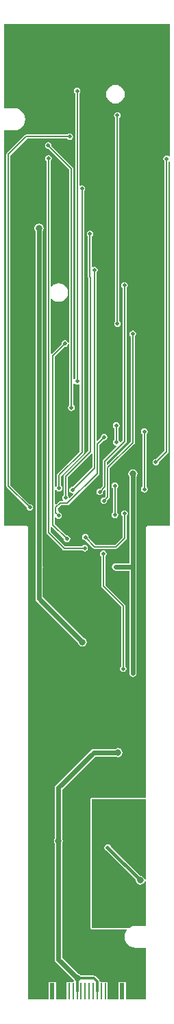
<source format=gbl>
%FSLAX25Y25*%
%MOIN*%
G70*
G01*
G75*
G04 Layer_Physical_Order=2*
G04 Layer_Color=16711680*
%ADD10C,0.05906*%
%ADD11R,0.02362X0.02756*%
%ADD12R,0.02756X0.02362*%
%ADD13R,0.03150X0.03937*%
%ADD14R,0.03937X0.03150*%
%ADD15R,0.02559X0.02165*%
%ADD16R,0.02165X0.02559*%
%ADD17R,0.03543X0.03150*%
%ADD18R,0.03543X0.03150*%
%ADD19R,0.01575X0.03937*%
%ADD20O,0.01181X0.07874*%
%ADD21R,0.01181X0.07874*%
%ADD22R,0.02362X0.07874*%
%ADD23R,0.01063X0.07874*%
%ADD24R,0.05118X0.05118*%
%ADD25R,0.00787X0.02362*%
%ADD26R,0.00787X0.03150*%
%ADD27R,0.02362X0.00787*%
%ADD28R,0.03150X0.00787*%
%ADD29R,0.05118X0.15748*%
%ADD30R,0.03150X0.03543*%
%ADD31R,0.03150X0.03543*%
%ADD32R,0.06299X0.07480*%
%ADD33R,0.02756X0.13386*%
%ADD34R,0.02756X0.06102*%
%ADD35R,0.07874X0.10000*%
%ADD36R,0.07480X0.06299*%
%ADD37R,0.13386X0.02756*%
%ADD38R,0.03150X0.02559*%
%ADD39C,0.01575*%
%ADD40C,0.01000*%
%ADD41C,0.02362*%
%ADD42C,0.00787*%
%ADD43C,0.01181*%
%ADD44C,0.01969*%
%ADD45C,0.03150*%
G36*
X69863Y-416834D02*
X69365Y-416883D01*
X69292Y-416515D01*
X68813Y-415799D01*
X68097Y-415320D01*
X67252Y-415152D01*
X67068Y-415189D01*
X52891Y-401012D01*
X52861Y-400862D01*
X52513Y-400341D01*
X51992Y-399993D01*
X51378Y-399871D01*
X50763Y-399993D01*
X50243Y-400341D01*
X49894Y-400862D01*
X49772Y-401476D01*
X49894Y-402091D01*
X50243Y-402612D01*
X50763Y-402960D01*
X50890Y-402985D01*
X65081Y-417176D01*
X65044Y-417360D01*
X65213Y-418205D01*
X65691Y-418921D01*
X66407Y-419400D01*
X67252Y-419568D01*
X68097Y-419400D01*
X68813Y-418921D01*
X69292Y-418205D01*
X69365Y-417837D01*
X69863Y-417886D01*
Y-439548D01*
X64961D01*
Y-439521D01*
X63573Y-439704D01*
X62280Y-440239D01*
X61874Y-440551D01*
X43504D01*
Y-377953D01*
X69863D01*
Y-416834D01*
D02*
G37*
G36*
X81674Y-64995D02*
X81214Y-65302D01*
X80693Y-64954D01*
X80079Y-64831D01*
X79464Y-64954D01*
X78943Y-65302D01*
X78595Y-65823D01*
X78473Y-66437D01*
X78595Y-67052D01*
X78943Y-67572D01*
X79075Y-67660D01*
Y-208403D01*
X74996Y-212483D01*
X74810Y-212446D01*
X74195Y-212568D01*
X73675Y-212916D01*
X73327Y-213437D01*
X73204Y-214052D01*
X73327Y-214666D01*
X73675Y-215187D01*
X74195Y-215535D01*
X74810Y-215657D01*
X75424Y-215535D01*
X75945Y-215187D01*
X76293Y-214666D01*
X76416Y-214052D01*
X76391Y-213926D01*
X80788Y-209528D01*
X81006Y-209203D01*
X81082Y-208819D01*
X81082Y-208819D01*
X81082Y-208819D01*
Y-208819D01*
Y-68015D01*
X81523Y-67779D01*
X81674Y-67879D01*
Y-245060D01*
X70866D01*
X70482Y-245136D01*
X70157Y-245354D01*
X69939Y-245679D01*
X69863Y-246063D01*
Y-377313D01*
X43504D01*
X43052Y-377501D01*
X42865Y-377953D01*
Y-440551D01*
X43052Y-441003D01*
X43504Y-441190D01*
X60529D01*
X60750Y-441639D01*
X60318Y-442202D01*
X59782Y-443495D01*
X59600Y-444882D01*
X59782Y-446270D01*
X60318Y-447563D01*
X61170Y-448673D01*
X62280Y-449525D01*
X63573Y-450060D01*
X64961Y-450243D01*
Y-450216D01*
X69863D01*
Y-475375D01*
X60210D01*
Y-466812D01*
X56666D01*
Y-475375D01*
X51410D01*
Y-466812D01*
X48673D01*
X47556Y-466589D01*
X47464Y-466128D01*
X47203Y-465737D01*
X47203Y-465737D01*
X45496Y-464030D01*
X45105Y-463769D01*
X44644Y-463678D01*
X44644Y-463678D01*
X38360D01*
X38122Y-463321D01*
X37406Y-462842D01*
X36994Y-462760D01*
X29287Y-455053D01*
Y-399221D01*
X29480Y-398931D01*
X29648Y-398087D01*
X29480Y-397242D01*
X29287Y-396952D01*
Y-373110D01*
X45315Y-357082D01*
X55223D01*
X55572Y-357315D01*
X56417Y-357483D01*
X57262Y-357315D01*
X57978Y-356837D01*
X58457Y-356120D01*
X58625Y-355276D01*
X58457Y-354431D01*
X57978Y-353714D01*
X57262Y-353236D01*
X56417Y-353068D01*
X55572Y-353236D01*
X55223Y-353469D01*
X44567D01*
X43876Y-353607D01*
X43290Y-353998D01*
X26203Y-371085D01*
X25811Y-371671D01*
X25674Y-372362D01*
X25674Y-372362D01*
X25674D01*
X25674Y-372362D01*
X25674D01*
Y-396833D01*
X25401Y-397242D01*
X25233Y-398087D01*
X25401Y-398931D01*
X25674Y-399340D01*
Y-455801D01*
X25674Y-455801D01*
X25674D01*
X25811Y-456493D01*
X26203Y-457079D01*
X34439Y-465315D01*
X34521Y-465727D01*
X34952Y-466371D01*
X34716Y-466812D01*
X31450D01*
Y-475375D01*
X26194D01*
Y-466812D01*
X22650D01*
Y-475375D01*
X12815D01*
Y-246063D01*
X12738Y-245679D01*
X12521Y-245354D01*
X12195Y-245136D01*
X11811Y-245060D01*
X1003D01*
Y-52578D01*
X5906D01*
Y-52605D01*
X7293Y-52422D01*
X8586Y-51887D01*
X9696Y-51035D01*
X10548Y-49924D01*
X11084Y-48632D01*
X11266Y-47244D01*
X11084Y-45857D01*
X10548Y-44564D01*
X9696Y-43453D01*
X8586Y-42601D01*
X7293Y-42066D01*
X5906Y-41883D01*
Y-41910D01*
X1003D01*
Y-1003D01*
X81674D01*
Y-64995D01*
D02*
G37*
%LPC*%
G36*
X59606Y-237410D02*
X58992Y-237532D01*
X58471Y-237880D01*
X58123Y-238401D01*
X58001Y-239016D01*
X58123Y-239630D01*
X58471Y-240151D01*
X58603Y-240239D01*
Y-250458D01*
X54978Y-254083D01*
X45463D01*
X42069Y-250689D01*
X42100Y-250534D01*
X41978Y-249919D01*
X41630Y-249398D01*
X41109Y-249050D01*
X40494Y-248928D01*
X39880Y-249050D01*
X39359Y-249398D01*
X39011Y-249919D01*
X38889Y-250534D01*
X39011Y-251148D01*
X39359Y-251669D01*
X39880Y-252017D01*
X40494Y-252139D01*
X40650Y-252109D01*
X44337Y-255796D01*
X44555Y-255941D01*
X44663Y-256013D01*
X45047Y-256090D01*
X55394D01*
X55778Y-256013D01*
X56103Y-255796D01*
X60316Y-251583D01*
X60533Y-251258D01*
X60610Y-250874D01*
X60610Y-250874D01*
X60610Y-250874D01*
Y-250874D01*
Y-240239D01*
X60742Y-240151D01*
X61090Y-239630D01*
X61212Y-239016D01*
X61090Y-238401D01*
X60742Y-237880D01*
X60221Y-237532D01*
X59606Y-237410D01*
D02*
G37*
G36*
X54921Y-223867D02*
X54307Y-223989D01*
X53786Y-224337D01*
X53438Y-224858D01*
X53316Y-225472D01*
X53438Y-226087D01*
X53786Y-226608D01*
X53918Y-226696D01*
Y-238383D01*
X53786Y-238471D01*
X53438Y-238992D01*
X53316Y-239606D01*
X53438Y-240221D01*
X53786Y-240742D01*
X54307Y-241090D01*
X54921Y-241212D01*
X55536Y-241090D01*
X56057Y-240742D01*
X56405Y-240221D01*
X56527Y-239606D01*
X56405Y-238992D01*
X56057Y-238471D01*
X55925Y-238383D01*
Y-226696D01*
X56057Y-226608D01*
X56405Y-226087D01*
X56527Y-225472D01*
X56405Y-224858D01*
X56057Y-224337D01*
X55536Y-223989D01*
X54921Y-223867D01*
D02*
G37*
G36*
X17992Y-98028D02*
X17147Y-98197D01*
X16431Y-98675D01*
X15952Y-99391D01*
X15784Y-100236D01*
X15952Y-101081D01*
X16186Y-101430D01*
Y-265015D01*
Y-280394D01*
X16186Y-280394D01*
X16186D01*
X16323Y-281085D01*
X16715Y-281671D01*
X36933Y-301890D01*
X37015Y-302302D01*
X37494Y-303018D01*
X38210Y-303496D01*
X39055Y-303664D01*
X39900Y-303496D01*
X40616Y-303018D01*
X41095Y-302302D01*
X41263Y-301457D01*
X41095Y-300612D01*
X40616Y-299896D01*
X39900Y-299417D01*
X39488Y-299335D01*
X19798Y-279645D01*
Y-265252D01*
X19838Y-265054D01*
X19798Y-264856D01*
Y-101430D01*
X20032Y-101081D01*
X20200Y-100236D01*
X20032Y-99391D01*
X19553Y-98675D01*
X18837Y-98197D01*
X17992Y-98028D01*
D02*
G37*
G36*
X63661Y-217452D02*
X62817Y-217620D01*
X62100Y-218098D01*
X61622Y-218814D01*
X61454Y-219659D01*
X61622Y-220504D01*
X61855Y-220853D01*
Y-263154D01*
X55197D01*
X54506Y-263292D01*
X53920Y-263683D01*
X53528Y-264269D01*
X53391Y-264961D01*
X53528Y-265652D01*
X53920Y-266238D01*
X54506Y-266630D01*
X55197Y-266767D01*
X61855D01*
Y-316614D01*
X61993Y-317305D01*
X62384Y-317892D01*
X62970Y-318283D01*
X63661Y-318421D01*
X64353Y-318283D01*
X64939Y-317892D01*
X65330Y-317305D01*
X65468Y-316614D01*
Y-264961D01*
Y-220853D01*
X65701Y-220504D01*
X65869Y-219659D01*
X65701Y-218814D01*
X65223Y-218098D01*
X64506Y-217620D01*
X63661Y-217452D01*
D02*
G37*
G36*
X49213Y-256938D02*
X48598Y-257060D01*
X48077Y-257408D01*
X47729Y-257929D01*
X47607Y-258543D01*
X47729Y-259158D01*
X48077Y-259679D01*
X48209Y-259767D01*
Y-274213D01*
X48209Y-274213D01*
X48209D01*
X48285Y-274597D01*
X48503Y-274922D01*
X57954Y-284373D01*
Y-313205D01*
X57822Y-313293D01*
X57474Y-313814D01*
X57352Y-314428D01*
X57474Y-315042D01*
X57822Y-315563D01*
X58343Y-315912D01*
X58958Y-316034D01*
X59572Y-315912D01*
X60093Y-315563D01*
X60441Y-315042D01*
X60563Y-314428D01*
X60441Y-313814D01*
X60093Y-313293D01*
X59961Y-313205D01*
Y-283958D01*
X59885Y-283574D01*
X59813Y-283466D01*
X59667Y-283248D01*
X50216Y-273797D01*
Y-259767D01*
X50348Y-259679D01*
X50696Y-259158D01*
X50818Y-258543D01*
X50696Y-257929D01*
X50348Y-257408D01*
X49827Y-257060D01*
X49213Y-256938D01*
D02*
G37*
G36*
X69252Y-197568D02*
X68638Y-197690D01*
X68117Y-198038D01*
X67769Y-198559D01*
X67646Y-199173D01*
X67769Y-199788D01*
X68117Y-200309D01*
X68248Y-200397D01*
Y-225981D01*
X68117Y-226069D01*
X67769Y-226590D01*
X67646Y-227205D01*
X67769Y-227819D01*
X68117Y-228340D01*
X68638Y-228688D01*
X69252Y-228810D01*
X69866Y-228688D01*
X70387Y-228340D01*
X70735Y-227819D01*
X70858Y-227205D01*
X70735Y-226590D01*
X70387Y-226069D01*
X70256Y-225981D01*
Y-200397D01*
X70387Y-200309D01*
X70735Y-199788D01*
X70858Y-199173D01*
X70735Y-198559D01*
X70387Y-198038D01*
X69866Y-197690D01*
X69252Y-197568D01*
D02*
G37*
G36*
X56063Y-43768D02*
X55449Y-43891D01*
X54928Y-44239D01*
X54580Y-44760D01*
X54457Y-45374D01*
X54580Y-45989D01*
X54928Y-46509D01*
X55059Y-46597D01*
Y-123110D01*
X55097Y-123296D01*
Y-145476D01*
X54965Y-145565D01*
X54617Y-146086D01*
X54494Y-146700D01*
X54617Y-147315D01*
X54965Y-147835D01*
X55485Y-148183D01*
X56100Y-148306D01*
X56714Y-148183D01*
X57235Y-147835D01*
X57583Y-147315D01*
X57706Y-146700D01*
X57583Y-146086D01*
X57235Y-145565D01*
X57104Y-145476D01*
Y-123147D01*
X57067Y-122961D01*
Y-46597D01*
X57198Y-46509D01*
X57546Y-45989D01*
X57669Y-45374D01*
X57546Y-44760D01*
X57198Y-44239D01*
X56677Y-43891D01*
X56063Y-43768D01*
D02*
G37*
G36*
X32913Y-54103D02*
X32299Y-54225D01*
X31778Y-54573D01*
X31690Y-54705D01*
X11772D01*
X11388Y-54782D01*
X11280Y-54854D01*
X11062Y-54999D01*
X2401Y-63661D01*
X2183Y-63986D01*
X2107Y-64370D01*
Y-225630D01*
X2107Y-225630D01*
X2107D01*
X2183Y-226014D01*
X2401Y-226340D01*
X11929Y-235868D01*
X11898Y-236024D01*
X12021Y-236638D01*
X12369Y-237159D01*
X12890Y-237507D01*
X13504Y-237629D01*
X14119Y-237507D01*
X14639Y-237159D01*
X14988Y-236638D01*
X15110Y-236024D01*
X14988Y-235409D01*
X14639Y-234888D01*
X14119Y-234540D01*
X13504Y-234418D01*
X13349Y-234449D01*
X4114Y-225214D01*
Y-64786D01*
X12187Y-56712D01*
X31690D01*
X31778Y-56844D01*
X32299Y-57192D01*
X32913Y-57314D01*
X33528Y-57192D01*
X34049Y-56844D01*
X34397Y-56323D01*
X34519Y-55709D01*
X34397Y-55094D01*
X34049Y-54573D01*
X33528Y-54225D01*
X32913Y-54103D01*
D02*
G37*
G36*
X36496Y-31898D02*
X35882Y-32021D01*
X35361Y-32369D01*
X35013Y-32890D01*
X34890Y-33504D01*
X35013Y-34118D01*
X35361Y-34639D01*
X35493Y-34727D01*
Y-173419D01*
X35091Y-173717D01*
X34744Y-173612D01*
Y-71260D01*
X34680Y-70939D01*
X34667Y-70876D01*
X34450Y-70550D01*
X24055Y-60155D01*
X24086Y-60000D01*
X23964Y-59386D01*
X23616Y-58865D01*
X23095Y-58517D01*
X22480Y-58394D01*
X21866Y-58517D01*
X21345Y-58865D01*
X20997Y-59386D01*
X20875Y-60000D01*
X20997Y-60615D01*
X21345Y-61135D01*
X21866Y-61483D01*
X22480Y-61606D01*
X22636Y-61575D01*
X32737Y-71675D01*
Y-186296D01*
X32605Y-186384D01*
X32257Y-186905D01*
X32135Y-187520D01*
X32257Y-188134D01*
X32605Y-188655D01*
X33126Y-189003D01*
X33740Y-189125D01*
X34355Y-189003D01*
X34876Y-188655D01*
X35224Y-188134D01*
X35346Y-187520D01*
X35224Y-186905D01*
X34876Y-186384D01*
X34744Y-186296D01*
Y-175758D01*
X35222Y-175613D01*
X35361Y-175820D01*
X35882Y-176169D01*
X36496Y-176291D01*
X37110Y-176169D01*
X37374Y-175992D01*
X37815Y-176228D01*
Y-208836D01*
X27007Y-219645D01*
X26789Y-219970D01*
X26713Y-220354D01*
Y-225469D01*
X26581Y-225557D01*
X26246Y-226060D01*
X25767Y-225914D01*
Y-162552D01*
X30444Y-157875D01*
X30600Y-157906D01*
X31214Y-157783D01*
X31735Y-157435D01*
X32083Y-156914D01*
X32206Y-156300D01*
X32083Y-155685D01*
X31735Y-155165D01*
X31214Y-154817D01*
X30600Y-154694D01*
X29985Y-154817D01*
X29465Y-155165D01*
X29117Y-155685D01*
X28994Y-156300D01*
X29025Y-156456D01*
X24064Y-161417D01*
X24000Y-161390D01*
X23602Y-161124D01*
Y-134554D01*
X24075Y-134394D01*
X24330Y-134725D01*
X25276Y-135451D01*
X26377Y-135907D01*
X27559Y-136063D01*
X28741Y-135907D01*
X29842Y-135451D01*
X30788Y-134725D01*
X31514Y-133779D01*
X31970Y-132678D01*
X32126Y-131496D01*
X31970Y-130314D01*
X31514Y-129213D01*
X30788Y-128267D01*
X29842Y-127541D01*
X28741Y-127085D01*
X27559Y-126929D01*
X26377Y-127085D01*
X25276Y-127541D01*
X24330Y-128267D01*
X24075Y-128599D01*
X23602Y-128438D01*
Y-67523D01*
X23734Y-67435D01*
X24082Y-66914D01*
X24204Y-66299D01*
X24082Y-65685D01*
X23734Y-65164D01*
X23213Y-64816D01*
X22598Y-64694D01*
X21984Y-64816D01*
X21463Y-65164D01*
X21115Y-65685D01*
X20993Y-66299D01*
X21115Y-66914D01*
X21463Y-67435D01*
X21595Y-67523D01*
Y-248307D01*
X21595Y-248307D01*
X21595D01*
X21671Y-248691D01*
X21889Y-249017D01*
X29448Y-256576D01*
X29773Y-256793D01*
X30158Y-256870D01*
X38934D01*
X39022Y-257001D01*
X39543Y-257350D01*
X40157Y-257472D01*
X40772Y-257350D01*
X41293Y-257001D01*
X41641Y-256481D01*
X41763Y-255866D01*
X41641Y-255252D01*
X41293Y-254731D01*
X40772Y-254383D01*
X40157Y-254260D01*
X39543Y-254383D01*
X39022Y-254731D01*
X38934Y-254863D01*
X30573D01*
X23602Y-247891D01*
Y-245500D01*
X24000Y-245234D01*
X24064Y-245208D01*
X30000Y-251144D01*
X29969Y-251299D01*
X30091Y-251914D01*
X30439Y-252435D01*
X30960Y-252783D01*
X31575Y-252905D01*
X32189Y-252783D01*
X32710Y-252435D01*
X33058Y-251914D01*
X33180Y-251299D01*
X33058Y-250685D01*
X32710Y-250164D01*
X32189Y-249816D01*
X31575Y-249694D01*
X31419Y-249725D01*
X25767Y-244073D01*
Y-241034D01*
X26246Y-240889D01*
X26384Y-241096D01*
X26905Y-241444D01*
X27520Y-241566D01*
X28134Y-241444D01*
X28655Y-241096D01*
X29003Y-240575D01*
X29125Y-239961D01*
X29003Y-239346D01*
X28655Y-238825D01*
X28134Y-238477D01*
X27520Y-238355D01*
X27145Y-236472D01*
Y-236439D01*
X28644Y-234941D01*
X31811D01*
X32195Y-234864D01*
X32521Y-234647D01*
X47048Y-220119D01*
X47266Y-219794D01*
X47278Y-219730D01*
X47342Y-219409D01*
Y-205534D01*
X49490Y-203386D01*
X49646Y-203417D01*
X50260Y-203294D01*
X50781Y-202946D01*
X51129Y-202426D01*
X51251Y-201811D01*
X51129Y-201197D01*
X50781Y-200676D01*
X50260Y-200328D01*
X49646Y-200205D01*
X49031Y-200328D01*
X48510Y-200676D01*
X48162Y-201197D01*
X48040Y-201811D01*
X48071Y-201967D01*
X46426Y-203611D01*
X45964Y-203420D01*
Y-121853D01*
X46096Y-121765D01*
X46444Y-121244D01*
X46566Y-120630D01*
X46444Y-120016D01*
X46096Y-119495D01*
X45575Y-119147D01*
X44961Y-119024D01*
X44346Y-119147D01*
X44240Y-119218D01*
X43799Y-118982D01*
Y-104216D01*
X43931Y-104128D01*
X44279Y-103607D01*
X44401Y-102992D01*
X44279Y-102378D01*
X43931Y-101857D01*
X43410Y-101509D01*
X42795Y-101386D01*
X42181Y-101509D01*
X41660Y-101857D01*
X41312Y-102378D01*
X41190Y-102992D01*
X41312Y-103607D01*
X41660Y-104128D01*
X41792Y-104216D01*
Y-123791D01*
X41792Y-123791D01*
X41792D01*
X41868Y-124175D01*
X41870Y-124179D01*
Y-208403D01*
X30117Y-220157D01*
X29900Y-220482D01*
X29823Y-220866D01*
Y-230154D01*
X29691Y-230243D01*
X29343Y-230764D01*
X29221Y-231378D01*
X29343Y-231992D01*
X29678Y-232492D01*
X29566Y-232700D01*
X29411Y-232933D01*
X28228D01*
X27908Y-232997D01*
X27844Y-233010D01*
X27519Y-233227D01*
X26229Y-234517D01*
X25767Y-234326D01*
Y-227471D01*
X26246Y-227326D01*
X26581Y-227828D01*
X27102Y-228176D01*
X27716Y-228299D01*
X28331Y-228176D01*
X28852Y-227828D01*
X29200Y-227307D01*
X29322Y-226693D01*
X29200Y-226079D01*
X28852Y-225557D01*
X28720Y-225469D01*
Y-220770D01*
X39529Y-209962D01*
X39746Y-209636D01*
X39822Y-209252D01*
Y-82208D01*
X39954Y-82120D01*
X40302Y-81599D01*
X40424Y-80984D01*
X40302Y-80370D01*
X39954Y-79849D01*
X39433Y-79501D01*
X38819Y-79379D01*
X38204Y-79501D01*
X37941Y-79677D01*
X37500Y-79441D01*
Y-34727D01*
X37631Y-34639D01*
X37980Y-34118D01*
X38102Y-33504D01*
X37980Y-32890D01*
X37631Y-32369D01*
X37110Y-32021D01*
X36496Y-31898D01*
D02*
G37*
G36*
X55118Y-30473D02*
X53936Y-30628D01*
X52835Y-31085D01*
X51889Y-31810D01*
X51163Y-32756D01*
X50707Y-33858D01*
X50551Y-35039D01*
X50707Y-36221D01*
X51163Y-37323D01*
X51889Y-38269D01*
X52835Y-38994D01*
X53936Y-39450D01*
X55118Y-39606D01*
X56300Y-39450D01*
X57402Y-38994D01*
X58347Y-38269D01*
X59073Y-37323D01*
X59529Y-36221D01*
X59685Y-35039D01*
X59529Y-33858D01*
X59073Y-32756D01*
X58347Y-31810D01*
X57402Y-31085D01*
X56300Y-30628D01*
X55118Y-30473D01*
D02*
G37*
G36*
X59595Y-126415D02*
X58981Y-126537D01*
X58460Y-126885D01*
X58112Y-127406D01*
X57990Y-128021D01*
X58112Y-128635D01*
X58460Y-129156D01*
X58592Y-129244D01*
Y-203403D01*
X57649Y-204346D01*
X57170Y-204201D01*
X57074Y-203716D01*
X56726Y-203195D01*
X56594Y-203107D01*
Y-197405D01*
X56726Y-197317D01*
X57074Y-196796D01*
X57196Y-196181D01*
X57074Y-195567D01*
X56726Y-195046D01*
X56205Y-194698D01*
X55590Y-194576D01*
X54976Y-194698D01*
X54455Y-195046D01*
X54107Y-195567D01*
X53985Y-196181D01*
X54107Y-196796D01*
X54455Y-197317D01*
X54587Y-197405D01*
Y-203107D01*
X54455Y-203195D01*
X54107Y-203716D01*
X53985Y-204331D01*
X54107Y-204945D01*
X54455Y-205466D01*
X54976Y-205814D01*
X55461Y-205911D01*
X55606Y-206389D01*
X49290Y-212705D01*
X49073Y-213030D01*
X48996Y-213414D01*
Y-225569D01*
X47675Y-226890D01*
X47520Y-226859D01*
X46905Y-226981D01*
X46384Y-227329D01*
X46036Y-227850D01*
X45914Y-228465D01*
X46036Y-229079D01*
X46384Y-229600D01*
X46905Y-229948D01*
X47520Y-230070D01*
X48134Y-229948D01*
X48655Y-229600D01*
X49003Y-229079D01*
X49125Y-228465D01*
X49094Y-228309D01*
X49913Y-227491D01*
X50374Y-227682D01*
Y-230446D01*
X49642Y-231179D01*
X49486Y-231148D01*
X48872Y-231270D01*
X48351Y-231618D01*
X48003Y-232139D01*
X47881Y-232754D01*
X48003Y-233368D01*
X48351Y-233889D01*
X48872Y-234237D01*
X49486Y-234360D01*
X50101Y-234237D01*
X50621Y-233889D01*
X50970Y-233368D01*
X51092Y-232754D01*
X51061Y-232598D01*
X52087Y-231572D01*
X52233Y-231354D01*
X52305Y-231246D01*
X52381Y-230862D01*
Y-217069D01*
X64332Y-205119D01*
X64549Y-204794D01*
X64562Y-204730D01*
X64626Y-204409D01*
Y-152838D01*
X64757Y-152750D01*
X65105Y-152229D01*
X65228Y-151614D01*
X65105Y-151000D01*
X64757Y-150479D01*
X64236Y-150131D01*
X63622Y-150008D01*
X63008Y-150131D01*
X62487Y-150479D01*
X62139Y-151000D01*
X62016Y-151614D01*
X62139Y-152229D01*
X62487Y-152750D01*
X62618Y-152838D01*
Y-203994D01*
X51465Y-215147D01*
X51003Y-214955D01*
Y-213830D01*
X60305Y-204528D01*
X60523Y-204203D01*
X60599Y-203819D01*
X60599Y-203819D01*
X60599Y-203819D01*
Y-203819D01*
Y-129244D01*
X60731Y-129156D01*
X61079Y-128635D01*
X61201Y-128021D01*
X61079Y-127406D01*
X60731Y-126885D01*
X60210Y-126537D01*
X59595Y-126415D01*
D02*
G37*
%LPD*%
G36*
X43957Y-209808D02*
Y-216361D01*
X34351Y-225967D01*
X34195Y-225936D01*
X33581Y-226058D01*
X33060Y-226406D01*
X32712Y-226927D01*
X32590Y-227542D01*
X32712Y-228156D01*
X33060Y-228677D01*
X33581Y-229025D01*
X34195Y-229147D01*
X34582Y-229070D01*
X34817Y-229511D01*
X32893Y-231435D01*
X32415Y-231290D01*
X32310Y-230764D01*
X31962Y-230243D01*
X31830Y-230154D01*
Y-221282D01*
X43495Y-209617D01*
X43957Y-209808D01*
D02*
G37*
D22*
X58438Y-471340D02*
D03*
X24422D02*
D03*
D23*
X42414D02*
D03*
X44383D02*
D03*
X46351D02*
D03*
X48320D02*
D03*
X50288D02*
D03*
X52257D02*
D03*
X40446D02*
D03*
X38477D02*
D03*
X36509D02*
D03*
X34540D02*
D03*
X32572D02*
D03*
X30603D02*
D03*
D39*
X51378Y-401486D02*
Y-401476D01*
Y-401486D02*
X67252Y-417360D01*
D41*
X27480Y-455801D02*
X36561Y-464882D01*
X55197Y-264961D02*
X63661D01*
Y-219659D01*
Y-316614D02*
Y-264961D01*
X27480Y-372362D02*
X44567Y-355276D01*
X56417D01*
X27480Y-455801D02*
Y-372362D01*
X17992Y-280394D02*
Y-265015D01*
Y-280394D02*
X39055Y-301457D01*
X17992Y-265015D02*
X18032Y-265054D01*
X17992Y-265015D02*
Y-100236D01*
D42*
X55590Y-204331D02*
Y-196181D01*
X46339Y-219409D02*
Y-205118D01*
X31811Y-233937D02*
X46339Y-219409D01*
X28228Y-233937D02*
X31811D01*
X26142Y-236024D02*
X28228Y-233937D01*
X26142Y-238583D02*
Y-236024D01*
Y-238583D02*
X27520Y-239961D01*
X46339Y-205118D02*
X49646Y-201811D01*
X56063Y-123110D02*
Y-45374D01*
X24764Y-244488D02*
X31575Y-251299D01*
X22598Y-248307D02*
X30158Y-255866D01*
X40157D01*
X22598Y-248307D02*
Y-66299D01*
X22480Y-60000D02*
X33740Y-71260D01*
Y-187520D02*
Y-71260D01*
X36496Y-174685D02*
Y-33504D01*
X11772Y-55709D02*
X32913D01*
X3110Y-64370D02*
X11772Y-55709D01*
X3110Y-225630D02*
Y-64370D01*
Y-225630D02*
X13504Y-236024D01*
X38819Y-209252D02*
Y-80984D01*
X27716Y-220354D02*
X38819Y-209252D01*
X27716Y-226693D02*
Y-220354D01*
X30827Y-231378D02*
Y-220866D01*
X42795Y-123791D02*
Y-102992D01*
X42874Y-208819D02*
Y-123870D01*
X30827Y-220866D02*
X42874Y-208819D01*
X42795Y-123791D02*
X42874Y-123870D01*
X74810Y-214052D02*
X74846D01*
X80079Y-208819D01*
Y-66437D01*
X44961Y-216776D02*
Y-120630D01*
X34195Y-227542D02*
X44961Y-216776D01*
X69252Y-227205D02*
Y-199173D01*
X59606Y-250874D02*
Y-239016D01*
X55394Y-255086D02*
X59606Y-250874D01*
X45047Y-255086D02*
X55394D01*
X40494Y-250534D02*
X45047Y-255086D01*
X54921Y-239606D02*
Y-225472D01*
X59595Y-203819D02*
Y-128021D01*
X50000Y-213414D02*
X59595Y-203819D01*
X50000Y-225984D02*
Y-213414D01*
X47520Y-228465D02*
X50000Y-225984D01*
X63622Y-204409D02*
Y-151614D01*
X51378Y-216653D02*
X63622Y-204409D01*
X51378Y-230862D02*
Y-216653D01*
X49486Y-232754D02*
X51378Y-230862D01*
X58958Y-314428D02*
Y-283958D01*
X49213Y-274213D02*
X58958Y-283958D01*
X49213Y-274213D02*
Y-258543D01*
X24764Y-244488D02*
Y-162136D01*
X30600Y-156300D01*
X56100Y-146700D02*
Y-123147D01*
D43*
X46351Y-471340D02*
Y-466589D01*
X44644Y-464882D02*
X46351Y-466589D01*
X36561Y-464882D02*
X44644D01*
X36509Y-471340D02*
Y-464934D01*
D44*
X51378Y-401476D02*
D03*
X23110Y-257638D02*
D03*
X33150Y-247835D02*
D03*
X32953Y-259409D02*
D03*
X36772Y-253465D02*
D03*
X46384Y-250506D02*
D03*
X55590Y-196181D02*
D03*
Y-204331D02*
D03*
X27520Y-239961D02*
D03*
X49646Y-201811D02*
D03*
X56575Y-247362D02*
D03*
X34488Y-221890D02*
D03*
X56063Y-45374D02*
D03*
X30600Y-156300D02*
D03*
X31575Y-251299D02*
D03*
X40157Y-255866D02*
D03*
X22598Y-66299D02*
D03*
X22480Y-60000D02*
D03*
X33740Y-187520D02*
D03*
X36496Y-33504D02*
D03*
Y-174685D02*
D03*
X32913Y-55709D02*
D03*
X13504Y-236024D02*
D03*
X38819Y-80984D02*
D03*
X27716Y-226693D02*
D03*
X42795Y-102992D02*
D03*
X74810Y-214052D02*
D03*
X44961Y-120630D02*
D03*
X34195Y-227542D02*
D03*
X30827Y-231378D02*
D03*
X69252Y-199173D02*
D03*
Y-227205D02*
D03*
X59606Y-239016D02*
D03*
X40494Y-250534D02*
D03*
X49213Y-258543D02*
D03*
X54921Y-225472D02*
D03*
X59595Y-128021D02*
D03*
X47520Y-228465D02*
D03*
X63622Y-151614D02*
D03*
X49486Y-232754D02*
D03*
X59488Y-233740D02*
D03*
X54921Y-239606D02*
D03*
X41693Y-237717D02*
D03*
Y-240394D02*
D03*
X39134Y-237717D02*
D03*
Y-240394D02*
D03*
X30394Y-35512D02*
D03*
X30709Y-163425D02*
D03*
X31811Y-396339D02*
D03*
X15472Y-399701D02*
D03*
X14488Y-385961D02*
D03*
X36535Y-378283D02*
D03*
X51575Y-313228D02*
D03*
X66850Y-461299D02*
D03*
X58701Y-457126D02*
D03*
X66850D02*
D03*
X62638Y-457087D02*
D03*
X67874Y-309842D02*
D03*
X67559Y-328622D02*
D03*
X31850Y-274252D02*
D03*
X25354Y-277441D02*
D03*
X55905Y-258504D02*
D03*
X40905Y-124764D02*
D03*
X75945Y-157874D02*
D03*
X42992Y-214055D02*
D03*
X62520Y-214134D02*
D03*
X74016Y-240709D02*
D03*
X8071Y-161457D02*
D03*
X5800Y-125100D02*
D03*
X54016Y-104646D02*
D03*
X60630Y-81791D02*
D03*
X53189Y-60984D02*
D03*
X46024Y-35984D02*
D03*
X65650Y-59842D02*
D03*
X19700Y-77000D02*
D03*
X3268Y-25197D02*
D03*
X2441Y-15827D02*
D03*
X63661Y-316614D02*
D03*
X58958Y-314428D02*
D03*
X57205Y-172283D02*
D03*
X55197Y-264961D02*
D03*
X33976Y-349843D02*
D03*
X34252Y-343189D02*
D03*
X58701Y-461299D02*
D03*
X62800D02*
D03*
X52700Y-132700D02*
D03*
X56100Y-146700D02*
D03*
X80079Y-66437D02*
D03*
D45*
X67252Y-417360D02*
D03*
X51968Y-433268D02*
D03*
X56100Y-429900D02*
D03*
X48000Y-430100D02*
D03*
X47800Y-404900D02*
D03*
X51300Y-462800D02*
D03*
X15196Y-403559D02*
D03*
X62283Y-356535D02*
D03*
X67165D02*
D03*
X36561Y-464882D02*
D03*
X27441Y-398087D02*
D03*
X56417Y-355276D02*
D03*
X39055Y-301457D02*
D03*
X17992Y-100236D02*
D03*
X63661Y-219659D02*
D03*
X19921Y-375173D02*
D03*
X19999Y-354897D02*
D03*
X27401Y-354819D02*
D03*
X47126Y-333071D02*
D03*
Y-327165D02*
D03*
Y-322126D02*
D03*
X26800Y-462800D02*
D03*
X56700Y-397000D02*
D03*
X63500D02*
D03*
M02*

</source>
